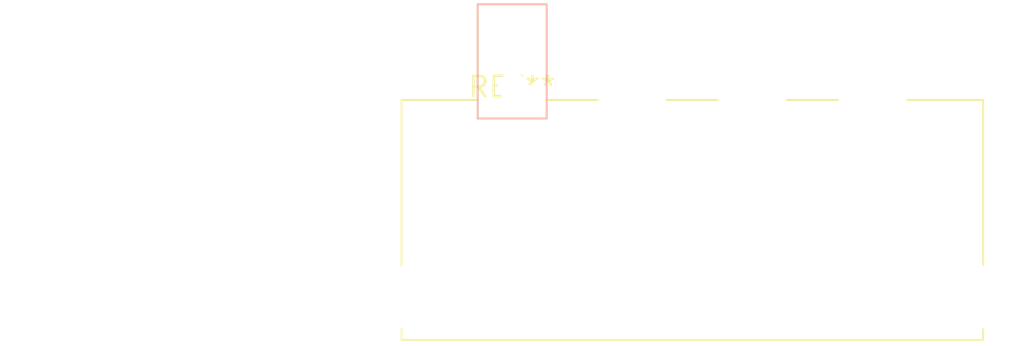
<source format=kicad_pcb>
(kicad_pcb (version 20240108) (generator pcbnew)
  (layers (0 "F.Cu" signal) (31 "B.Cu" signal) (34 "B.Paste" user) (35 "F.Paste" user) (36 "B.SilkS" user "B.Silkscreen") (37 "F.SilkS" user "F.Silkscreen") (38 "B.Mask" user) (39 "F.Mask" user) (44 "Edge.Cuts" user))
  (net 0 "")
  (footprint "Molex_Sabre_43160-1104_1x04_P7.49mm_Horizontal_ThermalVias" (layer "F.Cu") (at 0 0)
    (property "Reference" "REF**")
    (property "Value" "Molex_Sabre_43160-1104_1x04_P7.49mm_Horizontal_ThermalVias")
    (fp_line (start -2.15 -5.155) (end -2.15 1.975) (layer "B.SilkS") (stroke (width 0.12)))
    (fp_line (start -2.15 1.975) (end 2.15 1.975) (layer "B.SilkS") (stroke (width 0.12)))
    (fp_line (start 2.15 -5.155) (end -2.15 -5.155) (layer "B.SilkS") (stroke (width 0.12)))
    (fp_line (start 2.15 1.975) (end 2.15 -5.155) (layer "B.SilkS") (stroke (width 0.12)))
    (fp_line (start -6.9 0.815) (end -6.9 11.13) (layer "F.SilkS") (stroke (width 0.12)))
    (fp_line (start -6.9 15.13) (end -6.9 15.795) (layer "F.SilkS") (stroke (width 0.12)))
    (fp_line (start -6.9 15.795) (end 11.235 15.795) (layer "F.SilkS") (stroke (width 0.12)))
    (fp_line (start -2.15 0.815) (end -6.9 0.815) (layer "F.SilkS") (stroke (width 0.12)))
    (fp_line (start -2.15 0.815) (end -2.15 -4.895) (layer "F.SilkS") (stroke (width 0.12)))
    (fp_line (start 2.15 0.815) (end 5.34 0.815) (layer "F.SilkS") (stroke (width 0.12)))
    (fp_line (start 9.64 0.815) (end 12.83 0.815) (layer "F.SilkS") (stroke (width 0.12)))
    (fp_line (start 17.13 0.815) (end 20.32 0.815) (layer "F.SilkS") (stroke (width 0.12)))
    (fp_line (start 24.62 0.815) (end 29.37 0.815) (layer "F.SilkS") (stroke (width 0.12)))
    (fp_line (start 29.37 0.815) (end 29.37 11.13) (layer "F.SilkS") (stroke (width 0.12)))
    (fp_line (start 29.37 15.13) (end 29.37 15.795) (layer "F.SilkS") (stroke (width 0.12)))
    (fp_line (start 29.37 15.795) (end 11.235 15.795) (layer "F.SilkS") (stroke (width 0.12)))
    (pad "" thru_hole circle (at -4.75 13.13) (size 4 4) (drill 3) (layers *.Cu *.Mask) (remove_unused_layers))
    (pad "" thru_hole circle (at 27.22 13.13) (size 4 4) (drill 3) (layers *.Cu *.Mask) (remove_unused_layers))
    (pad "1" thru_hole rect (at -1.44 -4.445) (size 0.6 0.6) (drill 0.3) (layers *.Cu *.Mask) (remove_unused_layers))
    (pad "1" thru_hole rect (at -1.44 -3.0175) (size 0.6 0.6) (drill 0.3) (layers *.Cu *.Mask) (remove_unused_layers))
    (pad "1" thru_hole rect (at -1.44 -1.59) (size 0.6 0.6) (drill 0.3) (layers *.Cu *.Mask) (remove_unused_layers))
    (pad "1" thru_hole rect (at -1.44 -0.1625) (size 0.6 0.6) (drill 0.3) (layers *.Cu *.Mask) (remove_unused_layers))
    (pad "1" thru_hole rect (at -1.44 1.265) (size 0.6 0.6) (drill 0.3) (layers *.Cu *.Mask) (remove_unused_layers))
    (pad "1" thru_hole rect (at 0 -4.445) (size 0.6 0.6) (drill 0.3) (layers *.Cu *.Mask) (remove_unused_layers))
    (pad "1" thru_hole rect (at 0 -3.18) (size 3.78 3.43) (drill 1.78) (layers *.Cu *.Mask) (remove_unused_layers))
    (pad "1" thru_hole rect (at 0 -1.59) (size 0.6 0.6) (drill 0.3) (layers *.Cu *.Mask) (remove_unused_layers))
    (pad "1" thru_hole rect (at 0 0) (size 3.78 3.43) (drill 1.78) (layers *.Cu *.Mask) (remove_unused_layers))
    (pad "1" thru_hole rect (at 0 1.265) (size 0.6 0.6) (drill 0.3) (layers *.Cu *.Mask) (remove_unused_layers))
    (pad "1" thru_hole rect (at 1.44 -4.445) (size 0.6 0.6) (drill 0.3) (layers *.Cu *.Mask) (remove_unused_layers))
    (pad "1" thru_hole rect (at 1.44 -3.0175) (size 0.6 0.6) (drill 0.3) (layers *.Cu *.Mask) (remove_unused_layers))
    (pad "1" thru_hole rect (at 1.44 -1.59) (size 0.6 0.6) (drill 0.3) (layers *.Cu *.Mask) (remove_unused_layers))
    (pad "1" thru_hole rect (at 1.44 -0.1625) (size 0.6 0.6) (drill 0.3) (layers *.Cu *.Mask) (remove_unused_layers))
    (pad "1" thru_hole rect (at 1.44 1.265) (size 0.6 0.6) (drill 0.3) (layers *.Cu *.Mask) (remove_unused_layers))
    (pad "2" thru_hole circle (at 6.05 -4.445) (size 0.6 0.6) (drill 0.3) (layers *.Cu *.Mask) (remove_unused_layers))
    (pad "2" thru_hole circle (at 6.05 -3.0175) (size 0.6 0.6) (drill 0.3) (layers *.Cu *.Mask) (remove_unused_layers))
    (pad "2" thru_hole circle (at 6.05 -1.59) (size 0.6 0.6) (drill 0.3) (layers *.Cu *.Mask) (remove_unused_layers))
    (pad "2" thru_hole circle (at 6.05 -0.1625) (size 0.6 0.6) (drill 0.3) (layers *.Cu *.Mask) (remove_unused_layers))
    (pad "2" thru_hole circle (at 6.05 1.265) (size 0.6 0.6) (drill 0.3) (layers *.Cu *.Mask) (remove_unused_layers))
    (pad "2" thru_hole circle (at 7.49 -4.445) (size 0.6 0.6) (drill 0.3) (layers *.Cu *.Mask) (remove_unused_layers))
    (pad "2" thru_hole rect (at 7.49 -3.18) (size 3.78 3.43) (drill 1.78) (layers *.Cu *.Mask) (remove_unused_layers))
    (pad "2" thru_hole circle (at 7.49 -1.59) (size 0.6 0.6) (drill 0.3) (layers *.Cu *.Mask) (remove_unused_layers))
    (pad "2" thru_hole rect (at 7.49 0) (size 3.78 3.43) (drill 1.78) (layers *.Cu *.Mask) (remove_unused_layers))
    (pad "2" thru_hole circle (at 7.49 1.265) (size 0.6 0.6) (drill 0.3) (layers *.Cu *.Mask) (remove_unused_layers))
    (pad "2" thru_hole circle (at 8.93 -4.445) (size 0.6 0.6) (drill 0.3) (layers *.Cu *.Mask) (remove_unused_layers))
    (pad "2" thru_hole circle (at 8.93 -3.0175) (size 0.6 0.6) (drill 0.3) (layers *.Cu *.Mask) (remove_unused_layers))
    (pad "2" thru_hole circle (at 8.93 -1.59) (size 0.6 0.6) (drill 0.3) (layers *.Cu *.Mask) (remove_unused_layers))
    (pad "2" thru_hole circle (at 8.93 -0.1625) (size 0.6 0.6) (drill 0.3) (layers *.Cu *.Mask) (remove_unused_layers))
    (pad "2" thru_hole circle (at 8.93 1.265) (size 0.6 0.6) (drill 0.3) (layers *.Cu *.Mask) (remove_unused_layers))
    (pad "3" thru_hole circle (at 13.54 -4.445) (size 0.6 0.6) (drill 0.3) (layers *.Cu *.Mask) (remove_unused_layers))
    (pad "3" thru_hole circle (at 13.54 -3.0175) (size 0.6 0.6) (drill 0.3) (layers *.Cu *.Mask) (remove_unused_layers))
    (pad "3" thru_hole circle (at 13.54 -1.59) (size 0.6 0.6) (drill 0.3) (layers *.Cu *.Mask) (remove_unused_layers))
    (pad "3" thru_hole circle (at 13.54 -0.1625) (size 0.6 0.6) (drill 0.3) (layers *.Cu *.Mask) (remove_unused_layers))
    (pad "3" thru_hole circle (at 13.54 1.265) (size 0.6 0.6) (drill 0.3) (layers *.Cu *.Mask) (remove_unused_layers))
    (pad "3" thru_hole circle (at 14.98 -4.445) (size 0.6 0.6) (drill 0.3) (layers *.Cu *.Mask) (remove_unused_layers))
    (pad "3" thru_hole rect (at 14.98 -3.18) (size 3.78 3.43) (drill 1.78) (layers *.Cu *.Mask) (remove_unused_layers))
    (pad "3" thru_hole circle (at 14.98 -1.59) (size 0.6 0.6) (drill 0.3) (layers *.Cu *.Mask) (remove_unused_layers))
    (pad "3" thru_hole rect (at 14.98 0) (size 3.78 3.43) (drill 1.78) (layers *.Cu *.Mask) (remove_unused_layers))
    (pad "3" thru_hole circle (at 14.98 1.265) (size 0.6 0.6) (drill 0.3) (layers *.Cu *.Mask) (remove_unused_layers))
    (pad "3" thru_hole circle (at 16.42 -4.445) (size 0.6 0.6) (drill 0.3) (layers *.Cu *.Mask) (remove_unused_layers))
    (pad "3" thru_hole circle (at 16.42 -3.0175) (size 0.6 0.6) (drill 0.3) (layers *.Cu *.Mask) (remove_unused_layers))
    (pad "3" thru_hole circle (at 16.42 -1.59) (size 0.6 0.6) (drill 0.3) (layers *.Cu *.Mask) (remove_unused_layers))
    (pad "3" thru_hole circle (at 16.42 -0.1625) (size 0.6 0.6) (drill 0.3) (layers *.Cu *.Mask) (remove_unused_layers))
    (pad "3" thru_hole circle (at 16.42 1.265) (size 0.6 0.6) (drill 0.3) (layers *.Cu *.Mask) (remove_unused_layers))
    (pad "4" thru_hole circle (at 21.03 -4.445) (size 0.6 0.6) (drill 0.3) (layers *.Cu *.Mask) (remove_unused_layers))
    (pad "4" thru_hole circle (at 21.03 -3.0175) (size 0.6 0.6) (drill 0.3) (layers *.Cu *.Mask) (remove_unused_layers))
    (pad "4" thru_hole circle (at 21.03 -1.59) (size 0.6 0.6) (drill 0.3) (layers *.Cu *.Mask) (remove_unused_layers))
    (pad "4" thru_hole circle (at 21.03 -0.1625) (size 0.6 0.6) (drill 0.3) (layers *.Cu *.Mask) (remove_unused_layers))
    (pad "4" thru_hole circle (at 21.03 1.265) (size 0.6 0.6) (drill 0.3) (layers *.Cu *.Mask) (remove_unused_layers))
    (pad "4" thru_hole circle (at 22.47 -4.445) (size 0.6 0.6) (drill 0.3) (layers *.Cu *.Mask) (remove_unused_layers))
    (pad "4" thru_hole rect (at 22.47 -3.18) (size 3.78 3.43) (drill 1.78) (layers *.Cu *.Mask) (remove_unused_layers))
    (pad "4" thru_hole circle (at 22.47 -1.59) (size 0.6 0.6) (drill 0.3) (layers *.Cu *.Mask) (remove_unused_layers))
    (pad "4" thru_hole rect (at 22.47 0) (size 3.78 3.43) (drill 1.78) (layers *.Cu *.Mask) (remove_unused_layers))
    (pad "4" thru_hole circle (at 22.47 1.265) (size 0.6 0.6) (drill 0.3) (layers *.Cu *.Mask) (remove_unused_layers))
    (pad "4" thru_hole circle (at 23.91 -4.445) (size 0.6 0.6) (drill 0.3) (layers *.Cu *.Mask) (remove_unused_layers))
    (pad "4" thru_hole circle (at 23.91 -3.0175) (size 0.6 0.6) (drill 0.3) (layers *.Cu *.Mask) (remove_unused_layers))
    (pad "4" thru_hole circle (at 23.91 -1.59) (size 0.6 0.6) (drill 0.3) (layers *.Cu *.Mask) (remove_unused_layers))
    (pad "4" thru_hole circle (at 23.91 -0.1625) (size 0.6 0.6) (drill 0.3) (layers *.Cu *.Mask) (remove_unused_layers))
    (pad "4" thru_hole circle (at 23.91 1.265) (size 0.6 0.6) (drill 0.3) (layers *.Cu *.Mask) (remove_unused_layers))
  )
)
</source>
